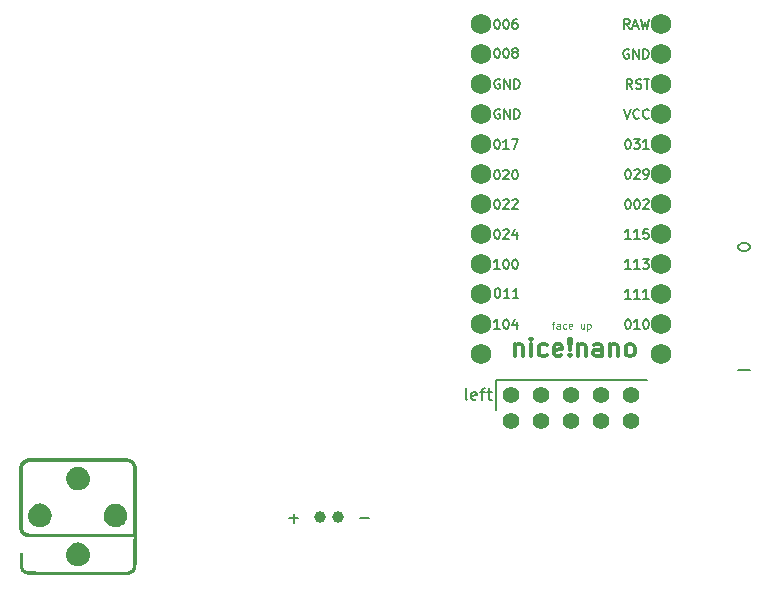
<source format=gto>
G04 #@! TF.GenerationSoftware,KiCad,Pcbnew,(6.0.8-1)-1*
G04 #@! TF.CreationDate,2022-11-22T18:57:47+00:00*
G04 #@! TF.ProjectId,nine-nano-no-jumpers,6e696e65-2d6e-4616-9e6f-2d6e6f2d6a75,v1.0.0*
G04 #@! TF.SameCoordinates,Original*
G04 #@! TF.FileFunction,Legend,Top*
G04 #@! TF.FilePolarity,Positive*
%FSLAX46Y46*%
G04 Gerber Fmt 4.6, Leading zero omitted, Abs format (unit mm)*
G04 Created by KiCad (PCBNEW (6.0.8-1)-1) date 2022-11-22 18:57:47*
%MOMM*%
%LPD*%
G01*
G04 APERTURE LIST*
%ADD10C,0.100000*%
%ADD11C,0.150000*%
%ADD12C,0.300000*%
%ADD13C,1.752600*%
%ADD14C,1.397000*%
%ADD15C,1.000000*%
G04 APERTURE END LIST*
D10*
G04 #@! TO.C,U1*
X173578571Y-98621428D02*
X173807142Y-98621428D01*
X173664285Y-99021428D02*
X173664285Y-98507142D01*
X173692857Y-98450000D01*
X173750000Y-98421428D01*
X173807142Y-98421428D01*
X174264285Y-99021428D02*
X174264285Y-98707142D01*
X174235714Y-98650000D01*
X174178571Y-98621428D01*
X174064285Y-98621428D01*
X174007142Y-98650000D01*
X174264285Y-98992857D02*
X174207142Y-99021428D01*
X174064285Y-99021428D01*
X174007142Y-98992857D01*
X173978571Y-98935714D01*
X173978571Y-98878571D01*
X174007142Y-98821428D01*
X174064285Y-98792857D01*
X174207142Y-98792857D01*
X174264285Y-98764285D01*
X174807142Y-98992857D02*
X174750000Y-99021428D01*
X174635714Y-99021428D01*
X174578571Y-98992857D01*
X174550000Y-98964285D01*
X174521428Y-98907142D01*
X174521428Y-98735714D01*
X174550000Y-98678571D01*
X174578571Y-98650000D01*
X174635714Y-98621428D01*
X174750000Y-98621428D01*
X174807142Y-98650000D01*
X175292857Y-98992857D02*
X175235714Y-99021428D01*
X175121428Y-99021428D01*
X175064285Y-98992857D01*
X175035714Y-98935714D01*
X175035714Y-98707142D01*
X175064285Y-98650000D01*
X175121428Y-98621428D01*
X175235714Y-98621428D01*
X175292857Y-98650000D01*
X175321428Y-98707142D01*
X175321428Y-98764285D01*
X175035714Y-98821428D01*
X176292857Y-98621428D02*
X176292857Y-99021428D01*
X176035714Y-98621428D02*
X176035714Y-98935714D01*
X176064285Y-98992857D01*
X176121428Y-99021428D01*
X176207142Y-99021428D01*
X176264285Y-98992857D01*
X176292857Y-98964285D01*
X176578571Y-98621428D02*
X176578571Y-99221428D01*
X176578571Y-98650000D02*
X176635714Y-98621428D01*
X176750000Y-98621428D01*
X176807142Y-98650000D01*
X176835714Y-98678571D01*
X176864285Y-98735714D01*
X176864285Y-98907142D01*
X176835714Y-98964285D01*
X176807142Y-98992857D01*
X176750000Y-99021428D01*
X176635714Y-99021428D01*
X176578571Y-98992857D01*
D11*
X168950000Y-95611904D02*
X169026190Y-95611904D01*
X169102380Y-95650000D01*
X169140476Y-95688095D01*
X169178571Y-95764285D01*
X169216666Y-95916666D01*
X169216666Y-96107142D01*
X169178571Y-96259523D01*
X169140476Y-96335714D01*
X169102380Y-96373809D01*
X169026190Y-96411904D01*
X168950000Y-96411904D01*
X168873809Y-96373809D01*
X168835714Y-96335714D01*
X168797619Y-96259523D01*
X168759523Y-96107142D01*
X168759523Y-95916666D01*
X168797619Y-95764285D01*
X168835714Y-95688095D01*
X168873809Y-95650000D01*
X168950000Y-95611904D01*
X169978571Y-96411904D02*
X169521428Y-96411904D01*
X169750000Y-96411904D02*
X169750000Y-95611904D01*
X169673809Y-95726190D01*
X169597619Y-95802380D01*
X169521428Y-95840476D01*
X170740476Y-96411904D02*
X170283333Y-96411904D01*
X170511904Y-96411904D02*
X170511904Y-95611904D01*
X170435714Y-95726190D01*
X170359523Y-95802380D01*
X170283333Y-95840476D01*
X168912810Y-88075904D02*
X168989000Y-88075904D01*
X169065190Y-88114000D01*
X169103286Y-88152095D01*
X169141381Y-88228285D01*
X169179476Y-88380666D01*
X169179476Y-88571142D01*
X169141381Y-88723523D01*
X169103286Y-88799714D01*
X169065190Y-88837809D01*
X168989000Y-88875904D01*
X168912810Y-88875904D01*
X168836619Y-88837809D01*
X168798524Y-88799714D01*
X168760429Y-88723523D01*
X168722333Y-88571142D01*
X168722333Y-88380666D01*
X168760429Y-88228285D01*
X168798524Y-88152095D01*
X168836619Y-88114000D01*
X168912810Y-88075904D01*
X169484238Y-88152095D02*
X169522333Y-88114000D01*
X169598524Y-88075904D01*
X169789000Y-88075904D01*
X169865190Y-88114000D01*
X169903286Y-88152095D01*
X169941381Y-88228285D01*
X169941381Y-88304476D01*
X169903286Y-88418761D01*
X169446143Y-88875904D01*
X169941381Y-88875904D01*
X170246143Y-88152095D02*
X170284238Y-88114000D01*
X170360429Y-88075904D01*
X170550905Y-88075904D01*
X170627095Y-88114000D01*
X170665190Y-88152095D01*
X170703286Y-88228285D01*
X170703286Y-88304476D01*
X170665190Y-88418761D01*
X170208048Y-88875904D01*
X170703286Y-88875904D01*
X169179476Y-80464000D02*
X169103285Y-80425904D01*
X168989000Y-80425904D01*
X168874714Y-80464000D01*
X168798523Y-80540190D01*
X168760428Y-80616380D01*
X168722333Y-80768761D01*
X168722333Y-80883047D01*
X168760428Y-81035428D01*
X168798523Y-81111619D01*
X168874714Y-81187809D01*
X168989000Y-81225904D01*
X169065190Y-81225904D01*
X169179476Y-81187809D01*
X169217571Y-81149714D01*
X169217571Y-80883047D01*
X169065190Y-80883047D01*
X169560428Y-81225904D02*
X169560428Y-80425904D01*
X170017571Y-81225904D01*
X170017571Y-80425904D01*
X170398523Y-81225904D02*
X170398523Y-80425904D01*
X170589000Y-80425904D01*
X170703285Y-80464000D01*
X170779476Y-80540190D01*
X170817571Y-80616380D01*
X170855666Y-80768761D01*
X170855666Y-80883047D01*
X170817571Y-81035428D01*
X170779476Y-81111619D01*
X170703285Y-81187809D01*
X170589000Y-81225904D01*
X170398523Y-81225904D01*
D12*
X170468285Y-100354571D02*
X170468285Y-101354571D01*
X170468285Y-100497428D02*
X170539714Y-100426000D01*
X170682571Y-100354571D01*
X170896857Y-100354571D01*
X171039714Y-100426000D01*
X171111142Y-100568857D01*
X171111142Y-101354571D01*
X171825428Y-101354571D02*
X171825428Y-100354571D01*
X171825428Y-99854571D02*
X171754000Y-99926000D01*
X171825428Y-99997428D01*
X171896857Y-99926000D01*
X171825428Y-99854571D01*
X171825428Y-99997428D01*
X173182571Y-101283142D02*
X173039714Y-101354571D01*
X172754000Y-101354571D01*
X172611142Y-101283142D01*
X172539714Y-101211714D01*
X172468285Y-101068857D01*
X172468285Y-100640285D01*
X172539714Y-100497428D01*
X172611142Y-100426000D01*
X172754000Y-100354571D01*
X173039714Y-100354571D01*
X173182571Y-100426000D01*
X174396857Y-101283142D02*
X174254000Y-101354571D01*
X173968285Y-101354571D01*
X173825428Y-101283142D01*
X173754000Y-101140285D01*
X173754000Y-100568857D01*
X173825428Y-100426000D01*
X173968285Y-100354571D01*
X174254000Y-100354571D01*
X174396857Y-100426000D01*
X174468285Y-100568857D01*
X174468285Y-100711714D01*
X173754000Y-100854571D01*
X175111142Y-101211714D02*
X175182571Y-101283142D01*
X175111142Y-101354571D01*
X175039714Y-101283142D01*
X175111142Y-101211714D01*
X175111142Y-101354571D01*
X175111142Y-100783142D02*
X175039714Y-99926000D01*
X175111142Y-99854571D01*
X175182571Y-99926000D01*
X175111142Y-100783142D01*
X175111142Y-99854571D01*
X175825428Y-100354571D02*
X175825428Y-101354571D01*
X175825428Y-100497428D02*
X175896857Y-100426000D01*
X176039714Y-100354571D01*
X176254000Y-100354571D01*
X176396857Y-100426000D01*
X176468285Y-100568857D01*
X176468285Y-101354571D01*
X177825428Y-101354571D02*
X177825428Y-100568857D01*
X177754000Y-100426000D01*
X177611142Y-100354571D01*
X177325428Y-100354571D01*
X177182571Y-100426000D01*
X177825428Y-101283142D02*
X177682571Y-101354571D01*
X177325428Y-101354571D01*
X177182571Y-101283142D01*
X177111142Y-101140285D01*
X177111142Y-100997428D01*
X177182571Y-100854571D01*
X177325428Y-100783142D01*
X177682571Y-100783142D01*
X177825428Y-100711714D01*
X178539714Y-100354571D02*
X178539714Y-101354571D01*
X178539714Y-100497428D02*
X178611142Y-100426000D01*
X178754000Y-100354571D01*
X178968285Y-100354571D01*
X179111142Y-100426000D01*
X179182571Y-100568857D01*
X179182571Y-101354571D01*
X180111142Y-101354571D02*
X179968285Y-101283142D01*
X179896857Y-101211714D01*
X179825428Y-101068857D01*
X179825428Y-100640285D01*
X179896857Y-100497428D01*
X179968285Y-100426000D01*
X180111142Y-100354571D01*
X180325428Y-100354571D01*
X180468285Y-100426000D01*
X180539714Y-100497428D01*
X180611142Y-100640285D01*
X180611142Y-101068857D01*
X180539714Y-101211714D01*
X180468285Y-101283142D01*
X180325428Y-101354571D01*
X180111142Y-101354571D01*
D11*
X169179476Y-77924000D02*
X169103285Y-77885904D01*
X168989000Y-77885904D01*
X168874714Y-77924000D01*
X168798523Y-78000190D01*
X168760428Y-78076380D01*
X168722333Y-78228761D01*
X168722333Y-78343047D01*
X168760428Y-78495428D01*
X168798523Y-78571619D01*
X168874714Y-78647809D01*
X168989000Y-78685904D01*
X169065190Y-78685904D01*
X169179476Y-78647809D01*
X169217571Y-78609714D01*
X169217571Y-78343047D01*
X169065190Y-78343047D01*
X169560428Y-78685904D02*
X169560428Y-77885904D01*
X170017571Y-78685904D01*
X170017571Y-77885904D01*
X170398523Y-78685904D02*
X170398523Y-77885904D01*
X170589000Y-77885904D01*
X170703285Y-77924000D01*
X170779476Y-78000190D01*
X170817571Y-78076380D01*
X170855666Y-78228761D01*
X170855666Y-78343047D01*
X170817571Y-78495428D01*
X170779476Y-78571619D01*
X170703285Y-78647809D01*
X170589000Y-78685904D01*
X170398523Y-78685904D01*
X168912810Y-82975904D02*
X168989000Y-82975904D01*
X169065190Y-83014000D01*
X169103286Y-83052095D01*
X169141381Y-83128285D01*
X169179476Y-83280666D01*
X169179476Y-83471142D01*
X169141381Y-83623523D01*
X169103286Y-83699714D01*
X169065190Y-83737809D01*
X168989000Y-83775904D01*
X168912810Y-83775904D01*
X168836619Y-83737809D01*
X168798524Y-83699714D01*
X168760429Y-83623523D01*
X168722333Y-83471142D01*
X168722333Y-83280666D01*
X168760429Y-83128285D01*
X168798524Y-83052095D01*
X168836619Y-83014000D01*
X168912810Y-82975904D01*
X169941381Y-83775904D02*
X169484238Y-83775904D01*
X169712810Y-83775904D02*
X169712810Y-82975904D01*
X169636619Y-83090190D01*
X169560429Y-83166380D01*
X169484238Y-83204476D01*
X170208048Y-82975904D02*
X170741381Y-82975904D01*
X170398524Y-83775904D01*
X179987191Y-85505904D02*
X180063381Y-85505904D01*
X180139571Y-85544000D01*
X180177667Y-85582095D01*
X180215762Y-85658285D01*
X180253857Y-85810666D01*
X180253857Y-86001142D01*
X180215762Y-86153523D01*
X180177667Y-86229714D01*
X180139571Y-86267809D01*
X180063381Y-86305904D01*
X179987191Y-86305904D01*
X179911000Y-86267809D01*
X179872905Y-86229714D01*
X179834810Y-86153523D01*
X179796714Y-86001142D01*
X179796714Y-85810666D01*
X179834810Y-85658285D01*
X179872905Y-85582095D01*
X179911000Y-85544000D01*
X179987191Y-85505904D01*
X180558619Y-85582095D02*
X180596714Y-85544000D01*
X180672905Y-85505904D01*
X180863381Y-85505904D01*
X180939571Y-85544000D01*
X180977667Y-85582095D01*
X181015762Y-85658285D01*
X181015762Y-85734476D01*
X180977667Y-85848761D01*
X180520524Y-86305904D01*
X181015762Y-86305904D01*
X181396714Y-86305904D02*
X181549095Y-86305904D01*
X181625286Y-86267809D01*
X181663381Y-86229714D01*
X181739571Y-86115428D01*
X181777667Y-85963047D01*
X181777667Y-85658285D01*
X181739571Y-85582095D01*
X181701476Y-85544000D01*
X181625286Y-85505904D01*
X181472905Y-85505904D01*
X181396714Y-85544000D01*
X181358619Y-85582095D01*
X181320524Y-85658285D01*
X181320524Y-85848761D01*
X181358619Y-85924952D01*
X181396714Y-85963047D01*
X181472905Y-86001142D01*
X181625286Y-86001142D01*
X181701476Y-85963047D01*
X181739571Y-85924952D01*
X181777667Y-85848761D01*
X179987191Y-98205904D02*
X180063381Y-98205904D01*
X180139571Y-98244000D01*
X180177667Y-98282095D01*
X180215762Y-98358285D01*
X180253857Y-98510666D01*
X180253857Y-98701142D01*
X180215762Y-98853523D01*
X180177667Y-98929714D01*
X180139571Y-98967809D01*
X180063381Y-99005904D01*
X179987191Y-99005904D01*
X179911000Y-98967809D01*
X179872905Y-98929714D01*
X179834810Y-98853523D01*
X179796714Y-98701142D01*
X179796714Y-98510666D01*
X179834810Y-98358285D01*
X179872905Y-98282095D01*
X179911000Y-98244000D01*
X179987191Y-98205904D01*
X181015762Y-99005904D02*
X180558619Y-99005904D01*
X180787191Y-99005904D02*
X180787191Y-98205904D01*
X180711000Y-98320190D01*
X180634810Y-98396380D01*
X180558619Y-98434476D01*
X181511000Y-98205904D02*
X181587191Y-98205904D01*
X181663381Y-98244000D01*
X181701476Y-98282095D01*
X181739571Y-98358285D01*
X181777667Y-98510666D01*
X181777667Y-98701142D01*
X181739571Y-98853523D01*
X181701476Y-98929714D01*
X181663381Y-98967809D01*
X181587191Y-99005904D01*
X181511000Y-99005904D01*
X181434810Y-98967809D01*
X181396714Y-98929714D01*
X181358619Y-98853523D01*
X181320524Y-98701142D01*
X181320524Y-98510666D01*
X181358619Y-98358285D01*
X181396714Y-98282095D01*
X181434810Y-98244000D01*
X181511000Y-98205904D01*
X179720524Y-80425904D02*
X179987191Y-81225904D01*
X180253857Y-80425904D01*
X180977667Y-81149714D02*
X180939571Y-81187809D01*
X180825286Y-81225904D01*
X180749095Y-81225904D01*
X180634810Y-81187809D01*
X180558619Y-81111619D01*
X180520524Y-81035428D01*
X180482429Y-80883047D01*
X180482429Y-80768761D01*
X180520524Y-80616380D01*
X180558619Y-80540190D01*
X180634810Y-80464000D01*
X180749095Y-80425904D01*
X180825286Y-80425904D01*
X180939571Y-80464000D01*
X180977667Y-80502095D01*
X181777667Y-81149714D02*
X181739571Y-81187809D01*
X181625286Y-81225904D01*
X181549095Y-81225904D01*
X181434810Y-81187809D01*
X181358619Y-81111619D01*
X181320524Y-81035428D01*
X181282429Y-80883047D01*
X181282429Y-80768761D01*
X181320524Y-80616380D01*
X181358619Y-80540190D01*
X181434810Y-80464000D01*
X181549095Y-80425904D01*
X181625286Y-80425904D01*
X181739571Y-80464000D01*
X181777667Y-80502095D01*
X168912810Y-85575904D02*
X168989000Y-85575904D01*
X169065190Y-85614000D01*
X169103286Y-85652095D01*
X169141381Y-85728285D01*
X169179476Y-85880666D01*
X169179476Y-86071142D01*
X169141381Y-86223523D01*
X169103286Y-86299714D01*
X169065190Y-86337809D01*
X168989000Y-86375904D01*
X168912810Y-86375904D01*
X168836619Y-86337809D01*
X168798524Y-86299714D01*
X168760429Y-86223523D01*
X168722333Y-86071142D01*
X168722333Y-85880666D01*
X168760429Y-85728285D01*
X168798524Y-85652095D01*
X168836619Y-85614000D01*
X168912810Y-85575904D01*
X169484238Y-85652095D02*
X169522333Y-85614000D01*
X169598524Y-85575904D01*
X169789000Y-85575904D01*
X169865190Y-85614000D01*
X169903286Y-85652095D01*
X169941381Y-85728285D01*
X169941381Y-85804476D01*
X169903286Y-85918761D01*
X169446143Y-86375904D01*
X169941381Y-86375904D01*
X170436619Y-85575904D02*
X170512810Y-85575904D01*
X170589000Y-85614000D01*
X170627095Y-85652095D01*
X170665190Y-85728285D01*
X170703286Y-85880666D01*
X170703286Y-86071142D01*
X170665190Y-86223523D01*
X170627095Y-86299714D01*
X170589000Y-86337809D01*
X170512810Y-86375904D01*
X170436619Y-86375904D01*
X170360429Y-86337809D01*
X170322333Y-86299714D01*
X170284238Y-86223523D01*
X170246143Y-86071142D01*
X170246143Y-85880666D01*
X170284238Y-85728285D01*
X170322333Y-85652095D01*
X170360429Y-85614000D01*
X170436619Y-85575904D01*
X169179476Y-93925904D02*
X168722333Y-93925904D01*
X168950905Y-93925904D02*
X168950905Y-93125904D01*
X168874714Y-93240190D01*
X168798524Y-93316380D01*
X168722333Y-93354476D01*
X169674714Y-93125904D02*
X169750905Y-93125904D01*
X169827095Y-93164000D01*
X169865190Y-93202095D01*
X169903286Y-93278285D01*
X169941381Y-93430666D01*
X169941381Y-93621142D01*
X169903286Y-93773523D01*
X169865190Y-93849714D01*
X169827095Y-93887809D01*
X169750905Y-93925904D01*
X169674714Y-93925904D01*
X169598524Y-93887809D01*
X169560429Y-93849714D01*
X169522333Y-93773523D01*
X169484238Y-93621142D01*
X169484238Y-93430666D01*
X169522333Y-93278285D01*
X169560429Y-93202095D01*
X169598524Y-93164000D01*
X169674714Y-93125904D01*
X170436619Y-93125904D02*
X170512810Y-93125904D01*
X170589000Y-93164000D01*
X170627095Y-93202095D01*
X170665190Y-93278285D01*
X170703286Y-93430666D01*
X170703286Y-93621142D01*
X170665190Y-93773523D01*
X170627095Y-93849714D01*
X170589000Y-93887809D01*
X170512810Y-93925904D01*
X170436619Y-93925904D01*
X170360429Y-93887809D01*
X170322333Y-93849714D01*
X170284238Y-93773523D01*
X170246143Y-93621142D01*
X170246143Y-93430666D01*
X170284238Y-93278285D01*
X170322333Y-93202095D01*
X170360429Y-93164000D01*
X170436619Y-93125904D01*
X180253857Y-96465904D02*
X179796714Y-96465904D01*
X180025286Y-96465904D02*
X180025286Y-95665904D01*
X179949095Y-95780190D01*
X179872905Y-95856380D01*
X179796714Y-95894476D01*
X181015762Y-96465904D02*
X180558619Y-96465904D01*
X180787191Y-96465904D02*
X180787191Y-95665904D01*
X180711000Y-95780190D01*
X180634810Y-95856380D01*
X180558619Y-95894476D01*
X181777667Y-96465904D02*
X181320524Y-96465904D01*
X181549095Y-96465904D02*
X181549095Y-95665904D01*
X181472905Y-95780190D01*
X181396714Y-95856380D01*
X181320524Y-95894476D01*
X180253857Y-93925904D02*
X179796714Y-93925904D01*
X180025286Y-93925904D02*
X180025286Y-93125904D01*
X179949095Y-93240190D01*
X179872905Y-93316380D01*
X179796714Y-93354476D01*
X181015762Y-93925904D02*
X180558619Y-93925904D01*
X180787191Y-93925904D02*
X180787191Y-93125904D01*
X180711000Y-93240190D01*
X180634810Y-93316380D01*
X180558619Y-93354476D01*
X181282429Y-93125904D02*
X181777667Y-93125904D01*
X181511000Y-93430666D01*
X181625286Y-93430666D01*
X181701476Y-93468761D01*
X181739571Y-93506857D01*
X181777667Y-93583047D01*
X181777667Y-93773523D01*
X181739571Y-93849714D01*
X181701476Y-93887809D01*
X181625286Y-93925904D01*
X181396714Y-93925904D01*
X181320524Y-93887809D01*
X181282429Y-93849714D01*
X168912810Y-90585904D02*
X168989000Y-90585904D01*
X169065190Y-90624000D01*
X169103286Y-90662095D01*
X169141381Y-90738285D01*
X169179476Y-90890666D01*
X169179476Y-91081142D01*
X169141381Y-91233523D01*
X169103286Y-91309714D01*
X169065190Y-91347809D01*
X168989000Y-91385904D01*
X168912810Y-91385904D01*
X168836619Y-91347809D01*
X168798524Y-91309714D01*
X168760429Y-91233523D01*
X168722333Y-91081142D01*
X168722333Y-90890666D01*
X168760429Y-90738285D01*
X168798524Y-90662095D01*
X168836619Y-90624000D01*
X168912810Y-90585904D01*
X169484238Y-90662095D02*
X169522333Y-90624000D01*
X169598524Y-90585904D01*
X169789000Y-90585904D01*
X169865190Y-90624000D01*
X169903286Y-90662095D01*
X169941381Y-90738285D01*
X169941381Y-90814476D01*
X169903286Y-90928761D01*
X169446143Y-91385904D01*
X169941381Y-91385904D01*
X170627095Y-90852571D02*
X170627095Y-91385904D01*
X170436619Y-90547809D02*
X170246143Y-91119238D01*
X170741381Y-91119238D01*
X180399904Y-78685904D02*
X180133238Y-78304952D01*
X179942761Y-78685904D02*
X179942761Y-77885904D01*
X180247523Y-77885904D01*
X180323714Y-77924000D01*
X180361809Y-77962095D01*
X180399904Y-78038285D01*
X180399904Y-78152571D01*
X180361809Y-78228761D01*
X180323714Y-78266857D01*
X180247523Y-78304952D01*
X179942761Y-78304952D01*
X180704666Y-78647809D02*
X180818952Y-78685904D01*
X181009428Y-78685904D01*
X181085619Y-78647809D01*
X181123714Y-78609714D01*
X181161809Y-78533523D01*
X181161809Y-78457333D01*
X181123714Y-78381142D01*
X181085619Y-78343047D01*
X181009428Y-78304952D01*
X180857047Y-78266857D01*
X180780857Y-78228761D01*
X180742761Y-78190666D01*
X180704666Y-78114476D01*
X180704666Y-78038285D01*
X180742761Y-77962095D01*
X180780857Y-77924000D01*
X180857047Y-77885904D01*
X181047523Y-77885904D01*
X181161809Y-77924000D01*
X181390380Y-77885904D02*
X181847523Y-77885904D01*
X181618952Y-78685904D02*
X181618952Y-77885904D01*
X180171334Y-73605904D02*
X179904667Y-73224952D01*
X179714191Y-73605904D02*
X179714191Y-72805904D01*
X180018953Y-72805904D01*
X180095143Y-72844000D01*
X180133238Y-72882095D01*
X180171334Y-72958285D01*
X180171334Y-73072571D01*
X180133238Y-73148761D01*
X180095143Y-73186857D01*
X180018953Y-73224952D01*
X179714191Y-73224952D01*
X180476095Y-73377333D02*
X180857048Y-73377333D01*
X180399905Y-73605904D02*
X180666572Y-72805904D01*
X180933238Y-73605904D01*
X181123715Y-72805904D02*
X181314191Y-73605904D01*
X181466572Y-73034476D01*
X181618953Y-73605904D01*
X181809429Y-72805904D01*
X179987191Y-88045904D02*
X180063381Y-88045904D01*
X180139571Y-88084000D01*
X180177667Y-88122095D01*
X180215762Y-88198285D01*
X180253857Y-88350666D01*
X180253857Y-88541142D01*
X180215762Y-88693523D01*
X180177667Y-88769714D01*
X180139571Y-88807809D01*
X180063381Y-88845904D01*
X179987191Y-88845904D01*
X179911000Y-88807809D01*
X179872905Y-88769714D01*
X179834810Y-88693523D01*
X179796714Y-88541142D01*
X179796714Y-88350666D01*
X179834810Y-88198285D01*
X179872905Y-88122095D01*
X179911000Y-88084000D01*
X179987191Y-88045904D01*
X180749095Y-88045904D02*
X180825286Y-88045904D01*
X180901476Y-88084000D01*
X180939571Y-88122095D01*
X180977667Y-88198285D01*
X181015762Y-88350666D01*
X181015762Y-88541142D01*
X180977667Y-88693523D01*
X180939571Y-88769714D01*
X180901476Y-88807809D01*
X180825286Y-88845904D01*
X180749095Y-88845904D01*
X180672905Y-88807809D01*
X180634810Y-88769714D01*
X180596714Y-88693523D01*
X180558619Y-88541142D01*
X180558619Y-88350666D01*
X180596714Y-88198285D01*
X180634810Y-88122095D01*
X180672905Y-88084000D01*
X180749095Y-88045904D01*
X181320524Y-88122095D02*
X181358619Y-88084000D01*
X181434810Y-88045904D01*
X181625286Y-88045904D01*
X181701476Y-88084000D01*
X181739571Y-88122095D01*
X181777667Y-88198285D01*
X181777667Y-88274476D01*
X181739571Y-88388761D01*
X181282429Y-88845904D01*
X181777667Y-88845904D01*
X168912810Y-72805904D02*
X168989000Y-72805904D01*
X169065190Y-72844000D01*
X169103286Y-72882095D01*
X169141381Y-72958285D01*
X169179476Y-73110666D01*
X169179476Y-73301142D01*
X169141381Y-73453523D01*
X169103286Y-73529714D01*
X169065190Y-73567809D01*
X168989000Y-73605904D01*
X168912810Y-73605904D01*
X168836619Y-73567809D01*
X168798524Y-73529714D01*
X168760429Y-73453523D01*
X168722333Y-73301142D01*
X168722333Y-73110666D01*
X168760429Y-72958285D01*
X168798524Y-72882095D01*
X168836619Y-72844000D01*
X168912810Y-72805904D01*
X169674714Y-72805904D02*
X169750905Y-72805904D01*
X169827095Y-72844000D01*
X169865190Y-72882095D01*
X169903286Y-72958285D01*
X169941381Y-73110666D01*
X169941381Y-73301142D01*
X169903286Y-73453523D01*
X169865190Y-73529714D01*
X169827095Y-73567809D01*
X169750905Y-73605904D01*
X169674714Y-73605904D01*
X169598524Y-73567809D01*
X169560429Y-73529714D01*
X169522333Y-73453523D01*
X169484238Y-73301142D01*
X169484238Y-73110666D01*
X169522333Y-72958285D01*
X169560429Y-72882095D01*
X169598524Y-72844000D01*
X169674714Y-72805904D01*
X170627095Y-72805904D02*
X170474714Y-72805904D01*
X170398524Y-72844000D01*
X170360429Y-72882095D01*
X170284238Y-72996380D01*
X170246143Y-73148761D01*
X170246143Y-73453523D01*
X170284238Y-73529714D01*
X170322333Y-73567809D01*
X170398524Y-73605904D01*
X170550905Y-73605904D01*
X170627095Y-73567809D01*
X170665190Y-73529714D01*
X170703286Y-73453523D01*
X170703286Y-73263047D01*
X170665190Y-73186857D01*
X170627095Y-73148761D01*
X170550905Y-73110666D01*
X170398524Y-73110666D01*
X170322333Y-73148761D01*
X170284238Y-73186857D01*
X170246143Y-73263047D01*
X180095143Y-75384000D02*
X180018952Y-75345904D01*
X179904667Y-75345904D01*
X179790381Y-75384000D01*
X179714190Y-75460190D01*
X179676095Y-75536380D01*
X179638000Y-75688761D01*
X179638000Y-75803047D01*
X179676095Y-75955428D01*
X179714190Y-76031619D01*
X179790381Y-76107809D01*
X179904667Y-76145904D01*
X179980857Y-76145904D01*
X180095143Y-76107809D01*
X180133238Y-76069714D01*
X180133238Y-75803047D01*
X179980857Y-75803047D01*
X180476095Y-76145904D02*
X180476095Y-75345904D01*
X180933238Y-76145904D01*
X180933238Y-75345904D01*
X181314190Y-76145904D02*
X181314190Y-75345904D01*
X181504667Y-75345904D01*
X181618952Y-75384000D01*
X181695143Y-75460190D01*
X181733238Y-75536380D01*
X181771333Y-75688761D01*
X181771333Y-75803047D01*
X181733238Y-75955428D01*
X181695143Y-76031619D01*
X181618952Y-76107809D01*
X181504667Y-76145904D01*
X181314190Y-76145904D01*
X169179476Y-99005904D02*
X168722333Y-99005904D01*
X168950905Y-99005904D02*
X168950905Y-98205904D01*
X168874714Y-98320190D01*
X168798524Y-98396380D01*
X168722333Y-98434476D01*
X169674714Y-98205904D02*
X169750905Y-98205904D01*
X169827095Y-98244000D01*
X169865190Y-98282095D01*
X169903286Y-98358285D01*
X169941381Y-98510666D01*
X169941381Y-98701142D01*
X169903286Y-98853523D01*
X169865190Y-98929714D01*
X169827095Y-98967809D01*
X169750905Y-99005904D01*
X169674714Y-99005904D01*
X169598524Y-98967809D01*
X169560429Y-98929714D01*
X169522333Y-98853523D01*
X169484238Y-98701142D01*
X169484238Y-98510666D01*
X169522333Y-98358285D01*
X169560429Y-98282095D01*
X169598524Y-98244000D01*
X169674714Y-98205904D01*
X170627095Y-98472571D02*
X170627095Y-99005904D01*
X170436619Y-98167809D02*
X170246143Y-98739238D01*
X170741381Y-98739238D01*
X180253857Y-91385904D02*
X179796714Y-91385904D01*
X180025286Y-91385904D02*
X180025286Y-90585904D01*
X179949095Y-90700190D01*
X179872905Y-90776380D01*
X179796714Y-90814476D01*
X181015762Y-91385904D02*
X180558619Y-91385904D01*
X180787191Y-91385904D02*
X180787191Y-90585904D01*
X180711000Y-90700190D01*
X180634810Y-90776380D01*
X180558619Y-90814476D01*
X181739571Y-90585904D02*
X181358619Y-90585904D01*
X181320524Y-90966857D01*
X181358619Y-90928761D01*
X181434810Y-90890666D01*
X181625286Y-90890666D01*
X181701476Y-90928761D01*
X181739571Y-90966857D01*
X181777667Y-91043047D01*
X181777667Y-91233523D01*
X181739571Y-91309714D01*
X181701476Y-91347809D01*
X181625286Y-91385904D01*
X181434810Y-91385904D01*
X181358619Y-91347809D01*
X181320524Y-91309714D01*
X179987191Y-82965904D02*
X180063381Y-82965904D01*
X180139571Y-83004000D01*
X180177667Y-83042095D01*
X180215762Y-83118285D01*
X180253857Y-83270666D01*
X180253857Y-83461142D01*
X180215762Y-83613523D01*
X180177667Y-83689714D01*
X180139571Y-83727809D01*
X180063381Y-83765904D01*
X179987191Y-83765904D01*
X179911000Y-83727809D01*
X179872905Y-83689714D01*
X179834810Y-83613523D01*
X179796714Y-83461142D01*
X179796714Y-83270666D01*
X179834810Y-83118285D01*
X179872905Y-83042095D01*
X179911000Y-83004000D01*
X179987191Y-82965904D01*
X180520524Y-82965904D02*
X181015762Y-82965904D01*
X180749095Y-83270666D01*
X180863381Y-83270666D01*
X180939571Y-83308761D01*
X180977667Y-83346857D01*
X181015762Y-83423047D01*
X181015762Y-83613523D01*
X180977667Y-83689714D01*
X180939571Y-83727809D01*
X180863381Y-83765904D01*
X180634810Y-83765904D01*
X180558619Y-83727809D01*
X180520524Y-83689714D01*
X181777667Y-83765904D02*
X181320524Y-83765904D01*
X181549095Y-83765904D02*
X181549095Y-82965904D01*
X181472905Y-83080190D01*
X181396714Y-83156380D01*
X181320524Y-83194476D01*
X168912810Y-75275904D02*
X168989000Y-75275904D01*
X169065190Y-75314000D01*
X169103286Y-75352095D01*
X169141381Y-75428285D01*
X169179476Y-75580666D01*
X169179476Y-75771142D01*
X169141381Y-75923523D01*
X169103286Y-75999714D01*
X169065190Y-76037809D01*
X168989000Y-76075904D01*
X168912810Y-76075904D01*
X168836619Y-76037809D01*
X168798524Y-75999714D01*
X168760429Y-75923523D01*
X168722333Y-75771142D01*
X168722333Y-75580666D01*
X168760429Y-75428285D01*
X168798524Y-75352095D01*
X168836619Y-75314000D01*
X168912810Y-75275904D01*
X169674714Y-75275904D02*
X169750905Y-75275904D01*
X169827095Y-75314000D01*
X169865190Y-75352095D01*
X169903286Y-75428285D01*
X169941381Y-75580666D01*
X169941381Y-75771142D01*
X169903286Y-75923523D01*
X169865190Y-75999714D01*
X169827095Y-76037809D01*
X169750905Y-76075904D01*
X169674714Y-76075904D01*
X169598524Y-76037809D01*
X169560429Y-75999714D01*
X169522333Y-75923523D01*
X169484238Y-75771142D01*
X169484238Y-75580666D01*
X169522333Y-75428285D01*
X169560429Y-75352095D01*
X169598524Y-75314000D01*
X169674714Y-75275904D01*
X170398524Y-75618761D02*
X170322333Y-75580666D01*
X170284238Y-75542571D01*
X170246143Y-75466380D01*
X170246143Y-75428285D01*
X170284238Y-75352095D01*
X170322333Y-75314000D01*
X170398524Y-75275904D01*
X170550905Y-75275904D01*
X170627095Y-75314000D01*
X170665190Y-75352095D01*
X170703286Y-75428285D01*
X170703286Y-75466380D01*
X170665190Y-75542571D01*
X170627095Y-75580666D01*
X170550905Y-75618761D01*
X170398524Y-75618761D01*
X170322333Y-75656857D01*
X170284238Y-75694952D01*
X170246143Y-75771142D01*
X170246143Y-75923523D01*
X170284238Y-75999714D01*
X170322333Y-76037809D01*
X170398524Y-76075904D01*
X170550905Y-76075904D01*
X170627095Y-76037809D01*
X170665190Y-75999714D01*
X170703286Y-75923523D01*
X170703286Y-75771142D01*
X170665190Y-75694952D01*
X170627095Y-75656857D01*
X170550905Y-75618761D01*
G04 #@! TO.C,SWF1*
X190352380Y-102500000D02*
X189352380Y-102500000D01*
X189352380Y-92195238D02*
X189352380Y-92004761D01*
X189400000Y-91909523D01*
X189495238Y-91814285D01*
X189685714Y-91766666D01*
X190019047Y-91766666D01*
X190209523Y-91814285D01*
X190304761Y-91909523D01*
X190352380Y-92004761D01*
X190352380Y-92195238D01*
X190304761Y-92290476D01*
X190209523Y-92385714D01*
X190019047Y-92433333D01*
X189685714Y-92433333D01*
X189495238Y-92385714D01*
X189400000Y-92290476D01*
X189352380Y-92195238D01*
G04 #@! TO.C,J1*
X151369047Y-115071428D02*
X152130952Y-115071428D01*
X151750000Y-115452380D02*
X151750000Y-114690476D01*
X157369047Y-115071428D02*
X158130952Y-115071428D01*
G04 #@! TO.C,J2*
X166435047Y-105047380D02*
X166339809Y-104999761D01*
X166292190Y-104904523D01*
X166292190Y-104047380D01*
X167196952Y-104999761D02*
X167101714Y-105047380D01*
X166911238Y-105047380D01*
X166816000Y-104999761D01*
X166768380Y-104904523D01*
X166768380Y-104523571D01*
X166816000Y-104428333D01*
X166911238Y-104380714D01*
X167101714Y-104380714D01*
X167196952Y-104428333D01*
X167244571Y-104523571D01*
X167244571Y-104618809D01*
X166768380Y-104714047D01*
X167530285Y-104380714D02*
X167911238Y-104380714D01*
X167673142Y-105047380D02*
X167673142Y-104190238D01*
X167720761Y-104095000D01*
X167816000Y-104047380D01*
X167911238Y-104047380D01*
X168101714Y-104380714D02*
X168482666Y-104380714D01*
X168244571Y-104047380D02*
X168244571Y-104904523D01*
X168292190Y-104999761D01*
X168387428Y-105047380D01*
X168482666Y-105047380D01*
G04 #@! TO.C,G\u002A\u002A\u002A*
G36*
X133529374Y-110701930D02*
G01*
X133572694Y-110703417D01*
X133608403Y-110706371D01*
X133641179Y-110711263D01*
X133675703Y-110718568D01*
X133698730Y-110724187D01*
X133820744Y-110761609D01*
X133931212Y-110810113D01*
X134032514Y-110871071D01*
X134127031Y-110945858D01*
X134191427Y-111008209D01*
X134232876Y-111052775D01*
X134265742Y-111091784D01*
X134294235Y-111130845D01*
X134322564Y-111175565D01*
X134342036Y-111208845D01*
X134392860Y-111309772D01*
X134430044Y-111412697D01*
X134454564Y-111521152D01*
X134467402Y-111638665D01*
X134468732Y-111665488D01*
X134466012Y-111797844D01*
X134447200Y-111925089D01*
X134412486Y-112046711D01*
X134362065Y-112162199D01*
X134296127Y-112271038D01*
X134214867Y-112372717D01*
X134195408Y-112393597D01*
X134098352Y-112484005D01*
X133994735Y-112558919D01*
X133883729Y-112618769D01*
X133764504Y-112663987D01*
X133636232Y-112695003D01*
X133605347Y-112700175D01*
X133545002Y-112706267D01*
X133475062Y-112708195D01*
X133402208Y-112706133D01*
X133333125Y-112700257D01*
X133278509Y-112691605D01*
X133153147Y-112658604D01*
X133039140Y-112614113D01*
X132934403Y-112557017D01*
X132836852Y-112486204D01*
X132756051Y-112412417D01*
X132669175Y-112313731D01*
X132597156Y-112207844D01*
X132540111Y-112095978D01*
X132498155Y-111979355D01*
X132471404Y-111859197D01*
X132459974Y-111736727D01*
X132463981Y-111613166D01*
X132483541Y-111489736D01*
X132518769Y-111367660D01*
X132569782Y-111248160D01*
X132634969Y-111135079D01*
X132689386Y-111063169D01*
X132756711Y-110991773D01*
X132833090Y-110924118D01*
X132914669Y-110863429D01*
X132997595Y-110812933D01*
X133050906Y-110786880D01*
X133127939Y-110755432D01*
X133197678Y-110732266D01*
X133265249Y-110716345D01*
X133335779Y-110706635D01*
X133414393Y-110702098D01*
X133473763Y-110701436D01*
X133529374Y-110701930D01*
G37*
G36*
X130317939Y-113818004D02*
G01*
X130441587Y-113836966D01*
X130468549Y-113843305D01*
X130592932Y-113882918D01*
X130709570Y-113937122D01*
X130817406Y-114004937D01*
X130915387Y-114085380D01*
X131002456Y-114177472D01*
X131077559Y-114280229D01*
X131139640Y-114392672D01*
X131186857Y-114511397D01*
X131218613Y-114635197D01*
X131233882Y-114760799D01*
X131232858Y-114886850D01*
X131215735Y-115011997D01*
X131182710Y-115134887D01*
X131133976Y-115254167D01*
X131069728Y-115368483D01*
X131061644Y-115380815D01*
X131001096Y-115460288D01*
X130927768Y-115537631D01*
X130845793Y-115609205D01*
X130759301Y-115671368D01*
X130680782Y-115716376D01*
X130579028Y-115759077D01*
X130467949Y-115791137D01*
X130352063Y-115811745D01*
X130235886Y-115820088D01*
X130127483Y-115815726D01*
X130003467Y-115794719D01*
X129884087Y-115758064D01*
X129770610Y-115706753D01*
X129664304Y-115641780D01*
X129566434Y-115564136D01*
X129478269Y-115474816D01*
X129401075Y-115374812D01*
X129336120Y-115265115D01*
X129289139Y-115158838D01*
X129260278Y-115063042D01*
X129241285Y-114958012D01*
X129232512Y-114848576D01*
X129234313Y-114739563D01*
X129247039Y-114635801D01*
X129249854Y-114621272D01*
X129283062Y-114498556D01*
X129330429Y-114383419D01*
X129390751Y-114276630D01*
X129462822Y-114178958D01*
X129545441Y-114091171D01*
X129637401Y-114014038D01*
X129737501Y-113948327D01*
X129844535Y-113894807D01*
X129957300Y-113854246D01*
X130074591Y-113827413D01*
X130195206Y-113815076D01*
X130317939Y-113818004D01*
G37*
G36*
X136761347Y-113829222D02*
G01*
X136886839Y-113853515D01*
X137007016Y-113893188D01*
X137120634Y-113947576D01*
X137226446Y-114016013D01*
X137323208Y-114097833D01*
X137409675Y-114192369D01*
X137463525Y-114265927D01*
X137527095Y-114374422D01*
X137574801Y-114485649D01*
X137607105Y-114601298D01*
X137624468Y-114723061D01*
X137627353Y-114852627D01*
X137626942Y-114864142D01*
X137613678Y-114991870D01*
X137584902Y-115114232D01*
X137541511Y-115230213D01*
X137484406Y-115338801D01*
X137414483Y-115438982D01*
X137332642Y-115529742D01*
X137239780Y-115610069D01*
X137136798Y-115678948D01*
X137024592Y-115735367D01*
X136904063Y-115778312D01*
X136793815Y-115803804D01*
X136757941Y-115808365D01*
X136711545Y-115811788D01*
X136659656Y-115813958D01*
X136607306Y-115814763D01*
X136559527Y-115814087D01*
X136521349Y-115811818D01*
X136508689Y-115810254D01*
X136490080Y-115806891D01*
X136460875Y-115801150D01*
X136427078Y-115794216D01*
X136423796Y-115793528D01*
X136301505Y-115759477D01*
X136186596Y-115710944D01*
X136079985Y-115649110D01*
X135982591Y-115575156D01*
X135895330Y-115490262D01*
X135819120Y-115395608D01*
X135754879Y-115292376D01*
X135703523Y-115181745D01*
X135665970Y-115064897D01*
X135643138Y-114943012D01*
X135635944Y-114817269D01*
X135636884Y-114780902D01*
X135644461Y-114683234D01*
X135658893Y-114595986D01*
X135681693Y-114513489D01*
X135714373Y-114430068D01*
X135750247Y-114355749D01*
X135816132Y-114246159D01*
X135894466Y-114147330D01*
X135983965Y-114060043D01*
X136083346Y-113985075D01*
X136191324Y-113923206D01*
X136306616Y-113875215D01*
X136427936Y-113841881D01*
X136554001Y-113823983D01*
X136631784Y-113820977D01*
X136761347Y-113829222D01*
G37*
G36*
X133543002Y-117115556D02*
G01*
X133665730Y-117132016D01*
X133784904Y-117162872D01*
X133898272Y-117208005D01*
X133966143Y-117243976D01*
X134076937Y-117318537D01*
X134175291Y-117404446D01*
X134260708Y-117500985D01*
X134332691Y-117607435D01*
X134390744Y-117723078D01*
X134434371Y-117847195D01*
X134459651Y-117958307D01*
X134469580Y-118049697D01*
X134469894Y-118149331D01*
X134461107Y-118251825D01*
X134443730Y-118351793D01*
X134418277Y-118443851D01*
X134411674Y-118462427D01*
X134359083Y-118580324D01*
X134292675Y-118689719D01*
X134213672Y-118789418D01*
X134123291Y-118878227D01*
X134022752Y-118954953D01*
X133913275Y-119018402D01*
X133796080Y-119067380D01*
X133792478Y-119068606D01*
X133682230Y-119098614D01*
X133566147Y-119116879D01*
X133449959Y-119122743D01*
X133361242Y-119118111D01*
X133235040Y-119096770D01*
X133114148Y-119059919D01*
X132999756Y-119008518D01*
X132893056Y-118943529D01*
X132795238Y-118865912D01*
X132707493Y-118776628D01*
X132631012Y-118676638D01*
X132566985Y-118566902D01*
X132516603Y-118448382D01*
X132510995Y-118432010D01*
X132478193Y-118307825D01*
X132461723Y-118183215D01*
X132461022Y-118059444D01*
X132475528Y-117937775D01*
X132504678Y-117819471D01*
X132547908Y-117705795D01*
X132604657Y-117598012D01*
X132674362Y-117497383D01*
X132756459Y-117405172D01*
X132850387Y-117322642D01*
X132955582Y-117251056D01*
X133061573Y-117196064D01*
X133176005Y-117153746D01*
X133295888Y-117126302D01*
X133418971Y-117113612D01*
X133543002Y-117115556D01*
G37*
G36*
X128490720Y-112073846D02*
G01*
X128490813Y-111914056D01*
X128490933Y-111767237D01*
X128491084Y-111632817D01*
X128491269Y-111510222D01*
X128491491Y-111398879D01*
X128491755Y-111298218D01*
X128492064Y-111207664D01*
X128492420Y-111126646D01*
X128492828Y-111054590D01*
X128493291Y-110990925D01*
X128493813Y-110935078D01*
X128494396Y-110886475D01*
X128495045Y-110844545D01*
X128495763Y-110808716D01*
X128496553Y-110778413D01*
X128497419Y-110753066D01*
X128498364Y-110732101D01*
X128499392Y-110714946D01*
X128500506Y-110701028D01*
X128501709Y-110689775D01*
X128503006Y-110680614D01*
X128504399Y-110672973D01*
X128505893Y-110666278D01*
X128506730Y-110662901D01*
X128545363Y-110543371D01*
X128597745Y-110433564D01*
X128663363Y-110333996D01*
X128741702Y-110245181D01*
X128832247Y-110167637D01*
X128934483Y-110101877D01*
X129047897Y-110048416D01*
X129156951Y-110011840D01*
X129161573Y-110010682D01*
X129167184Y-110009583D01*
X129174230Y-110008543D01*
X129183151Y-110007559D01*
X129194390Y-110006630D01*
X129208391Y-110005754D01*
X129225594Y-110004930D01*
X129246443Y-110004157D01*
X129271381Y-110003432D01*
X129300849Y-110002754D01*
X129335290Y-110002121D01*
X129375147Y-110001533D01*
X129420862Y-110000987D01*
X129472877Y-110000481D01*
X129531635Y-110000015D01*
X129597579Y-109999587D01*
X129671151Y-109999194D01*
X129752793Y-109998836D01*
X129842948Y-109998511D01*
X129942058Y-109998217D01*
X130050567Y-109997953D01*
X130168915Y-109997718D01*
X130297547Y-109997508D01*
X130436903Y-109997324D01*
X130587427Y-109997163D01*
X130749562Y-109997025D01*
X130923749Y-109996906D01*
X131110431Y-109996806D01*
X131310051Y-109996724D01*
X131523050Y-109996656D01*
X131749873Y-109996603D01*
X131990960Y-109996563D01*
X132246755Y-109996533D01*
X132517700Y-109996512D01*
X132804237Y-109996500D01*
X133106809Y-109996493D01*
X133425858Y-109996491D01*
X137726905Y-109996491D01*
X137807553Y-110019150D01*
X137923897Y-110059425D01*
X138029136Y-110112032D01*
X138124624Y-110177772D01*
X138211716Y-110257446D01*
X138212466Y-110258229D01*
X138280231Y-110336076D01*
X138335976Y-110416477D01*
X138381804Y-110503218D01*
X138419816Y-110600090D01*
X138441635Y-110671390D01*
X138443026Y-110676890D01*
X138444330Y-110683431D01*
X138445550Y-110691550D01*
X138446690Y-110701786D01*
X138447751Y-110714674D01*
X138448737Y-110730752D01*
X138449650Y-110750557D01*
X138450494Y-110774626D01*
X138451270Y-110803496D01*
X138451983Y-110837703D01*
X138452633Y-110877785D01*
X138453225Y-110924279D01*
X138453761Y-110977721D01*
X138454244Y-111038650D01*
X138454676Y-111107601D01*
X138455060Y-111185112D01*
X138455400Y-111271719D01*
X138455697Y-111367961D01*
X138455955Y-111474372D01*
X138456177Y-111591492D01*
X138456364Y-111719857D01*
X138456520Y-111860003D01*
X138456649Y-112012468D01*
X138456751Y-112177788D01*
X138456831Y-112356501D01*
X138456890Y-112549144D01*
X138456933Y-112756254D01*
X138456960Y-112978367D01*
X138456977Y-113216021D01*
X138456984Y-113469752D01*
X138456985Y-113651136D01*
X138456967Y-113947940D01*
X138456911Y-114228566D01*
X138456814Y-114493815D01*
X138456674Y-114744487D01*
X138456486Y-114981382D01*
X138456250Y-115205303D01*
X138455961Y-115417048D01*
X138455616Y-115617419D01*
X138455214Y-115807216D01*
X138454750Y-115987240D01*
X138454223Y-116158292D01*
X138453628Y-116321172D01*
X138452964Y-116476680D01*
X138452227Y-116625618D01*
X138451415Y-116768786D01*
X138450524Y-116906984D01*
X138449552Y-117041014D01*
X138448496Y-117171675D01*
X138447353Y-117299769D01*
X138446119Y-117426096D01*
X138444793Y-117551456D01*
X138443371Y-117676650D01*
X138442062Y-117785428D01*
X138440238Y-117929158D01*
X138438361Y-118069330D01*
X138436450Y-118204892D01*
X138434522Y-118334792D01*
X138432598Y-118457976D01*
X138430696Y-118573393D01*
X138428834Y-118679989D01*
X138427031Y-118776714D01*
X138425307Y-118862513D01*
X138423681Y-118936335D01*
X138422170Y-118997127D01*
X138420794Y-119043836D01*
X138419571Y-119075411D01*
X138418765Y-119088536D01*
X138399745Y-119210110D01*
X138365588Y-119324914D01*
X138317119Y-119431962D01*
X138255165Y-119530269D01*
X138180551Y-119618846D01*
X138094103Y-119696709D01*
X137996647Y-119762870D01*
X137889010Y-119816344D01*
X137777235Y-119854724D01*
X137692947Y-119877890D01*
X136780347Y-119878127D01*
X136639086Y-119878136D01*
X136483637Y-119878096D01*
X136316792Y-119878010D01*
X136141342Y-119877881D01*
X135960078Y-119877713D01*
X135775792Y-119877508D01*
X135591273Y-119877270D01*
X135409314Y-119877002D01*
X135232706Y-119876707D01*
X135064240Y-119876388D01*
X134906706Y-119876049D01*
X134861764Y-119875943D01*
X134475669Y-119875003D01*
X134106240Y-119874082D01*
X133753162Y-119873178D01*
X133416124Y-119872290D01*
X133094812Y-119871415D01*
X132788914Y-119870552D01*
X132498115Y-119869700D01*
X132222102Y-119868857D01*
X131960564Y-119868020D01*
X131713185Y-119867189D01*
X131479655Y-119866362D01*
X131259658Y-119865537D01*
X131052883Y-119864712D01*
X130859016Y-119863886D01*
X130677743Y-119863057D01*
X130508752Y-119862223D01*
X130351730Y-119861383D01*
X130206364Y-119860535D01*
X130072340Y-119859678D01*
X129949345Y-119858809D01*
X129837067Y-119857928D01*
X129735191Y-119857031D01*
X129643406Y-119856119D01*
X129561397Y-119855188D01*
X129488852Y-119854238D01*
X129425457Y-119853267D01*
X129370900Y-119852273D01*
X129324868Y-119851254D01*
X129287046Y-119850209D01*
X129257123Y-119849135D01*
X129234784Y-119848033D01*
X129219718Y-119846899D01*
X129212132Y-119845853D01*
X129091081Y-119811437D01*
X128979596Y-119763040D01*
X128877771Y-119700714D01*
X128785699Y-119624510D01*
X128756151Y-119594943D01*
X128679154Y-119503071D01*
X128616757Y-119403920D01*
X128567982Y-119295735D01*
X128539689Y-119207386D01*
X128516663Y-119122493D01*
X128519088Y-118748964D01*
X128519757Y-118664164D01*
X128520650Y-118578958D01*
X128521723Y-118496076D01*
X128522932Y-118418251D01*
X128524233Y-118348214D01*
X128525582Y-118288696D01*
X128526935Y-118242428D01*
X128527421Y-118229387D01*
X128529822Y-118175039D01*
X128532227Y-118134919D01*
X128535014Y-118106282D01*
X128538561Y-118086381D01*
X128543243Y-118072471D01*
X128549439Y-118061804D01*
X128550662Y-118060126D01*
X128584223Y-118025416D01*
X128623152Y-118005640D01*
X128653570Y-117999820D01*
X128703024Y-118002246D01*
X128744956Y-118019864D01*
X128779703Y-118052818D01*
X128780181Y-118053442D01*
X128804645Y-118085557D01*
X128804645Y-119122493D01*
X128824320Y-119177674D01*
X128865592Y-119269612D01*
X128919788Y-119351882D01*
X128985562Y-119423284D01*
X129061569Y-119482615D01*
X129146465Y-119528676D01*
X129238903Y-119560264D01*
X129257639Y-119564624D01*
X129264944Y-119565782D01*
X129276156Y-119566880D01*
X129291799Y-119567921D01*
X129312398Y-119568908D01*
X129338477Y-119569846D01*
X129370558Y-119570737D01*
X129409168Y-119571587D01*
X129454829Y-119572398D01*
X129508066Y-119573175D01*
X129569402Y-119573920D01*
X129639362Y-119574639D01*
X129718470Y-119575334D01*
X129807250Y-119576009D01*
X129906226Y-119576669D01*
X130015922Y-119577316D01*
X130136862Y-119577954D01*
X130269569Y-119578588D01*
X130414569Y-119579221D01*
X130572385Y-119579857D01*
X130743541Y-119580499D01*
X130928562Y-119581151D01*
X131127971Y-119581817D01*
X131342292Y-119582501D01*
X131572049Y-119583206D01*
X131817767Y-119583937D01*
X132064538Y-119584652D01*
X132297767Y-119585314D01*
X132535470Y-119585975D01*
X132776498Y-119586632D01*
X133019703Y-119587283D01*
X133263936Y-119587924D01*
X133508050Y-119588554D01*
X133750896Y-119589170D01*
X133991325Y-119589768D01*
X134228188Y-119590346D01*
X134460339Y-119590901D01*
X134686627Y-119591431D01*
X134905905Y-119591933D01*
X135117025Y-119592404D01*
X135318837Y-119592841D01*
X135510194Y-119593241D01*
X135689946Y-119593603D01*
X135856947Y-119593923D01*
X136010046Y-119594198D01*
X136148097Y-119594426D01*
X136232787Y-119594553D01*
X136417298Y-119594837D01*
X136585629Y-119595122D01*
X136738580Y-119595377D01*
X136876949Y-119595570D01*
X137001535Y-119595670D01*
X137113137Y-119595648D01*
X137212554Y-119595471D01*
X137300586Y-119595109D01*
X137378030Y-119594531D01*
X137445686Y-119593707D01*
X137504354Y-119592604D01*
X137554831Y-119591193D01*
X137597917Y-119589442D01*
X137634411Y-119587320D01*
X137665111Y-119584797D01*
X137690817Y-119581841D01*
X137712328Y-119578422D01*
X137730442Y-119574509D01*
X137745959Y-119570070D01*
X137759678Y-119565075D01*
X137772396Y-119559493D01*
X137784915Y-119553294D01*
X137798031Y-119546445D01*
X137812545Y-119538917D01*
X137824532Y-119532949D01*
X137894105Y-119491072D01*
X137960030Y-119436191D01*
X138018348Y-119372281D01*
X138065095Y-119303314D01*
X138077958Y-119278783D01*
X138087166Y-119259953D01*
X138095395Y-119243009D01*
X138102712Y-119226940D01*
X138109184Y-119210734D01*
X138114876Y-119193382D01*
X138119855Y-119173871D01*
X138124188Y-119151191D01*
X138127939Y-119124331D01*
X138131177Y-119092280D01*
X138133967Y-119054027D01*
X138136375Y-119008561D01*
X138138467Y-118954871D01*
X138140311Y-118891946D01*
X138141972Y-118818776D01*
X138143516Y-118734348D01*
X138145010Y-118637653D01*
X138146520Y-118527680D01*
X138148113Y-118403417D01*
X138149855Y-118263853D01*
X138151113Y-118163202D01*
X138152771Y-118032050D01*
X138154442Y-117901161D01*
X138156106Y-117772084D01*
X138157741Y-117646370D01*
X138159327Y-117525568D01*
X138160843Y-117411230D01*
X138162269Y-117304905D01*
X138163584Y-117208142D01*
X138164767Y-117122493D01*
X138165798Y-117049508D01*
X138166656Y-116990736D01*
X138167194Y-116955646D01*
X138171529Y-116681913D01*
X133700320Y-116679744D01*
X129229111Y-116677574D01*
X129146108Y-116654658D01*
X129029520Y-116614266D01*
X128921087Y-116560159D01*
X128822062Y-116493342D01*
X128733696Y-116414823D01*
X128657241Y-116325609D01*
X128593950Y-116226706D01*
X128579550Y-116199016D01*
X128542199Y-116113865D01*
X128510765Y-116019810D01*
X128505890Y-116002674D01*
X128504421Y-115996875D01*
X128503049Y-115990019D01*
X128501770Y-115981535D01*
X128500580Y-115970854D01*
X128499478Y-115957406D01*
X128498460Y-115940621D01*
X128497521Y-115919930D01*
X128496660Y-115894764D01*
X128495872Y-115864551D01*
X128495154Y-115828724D01*
X128494504Y-115786711D01*
X128493918Y-115737944D01*
X128493392Y-115681853D01*
X128492924Y-115617868D01*
X128492509Y-115545419D01*
X128492145Y-115463938D01*
X128491829Y-115372853D01*
X128491557Y-115271596D01*
X128491326Y-115159596D01*
X128491132Y-115036285D01*
X128490973Y-114901092D01*
X128490845Y-114753448D01*
X128490744Y-114592783D01*
X128490668Y-114418528D01*
X128490613Y-114230112D01*
X128490577Y-114026967D01*
X128490555Y-113808522D01*
X128490544Y-113574208D01*
X128490541Y-113337032D01*
X128490543Y-113087395D01*
X128490552Y-112854163D01*
X128490570Y-112636765D01*
X128490602Y-112434628D01*
X128490625Y-112348322D01*
X128800380Y-112348322D01*
X128800385Y-112542512D01*
X128800408Y-112751677D01*
X128800437Y-112976398D01*
X128800460Y-113217257D01*
X128800465Y-113330307D01*
X128800499Y-113609851D01*
X128800586Y-113872549D01*
X128800727Y-114118533D01*
X128800923Y-114347938D01*
X128801173Y-114560895D01*
X128801479Y-114757537D01*
X128801840Y-114937997D01*
X128802257Y-115102407D01*
X128802732Y-115250901D01*
X128803263Y-115383611D01*
X128803852Y-115500669D01*
X128804499Y-115602210D01*
X128805204Y-115688364D01*
X128805969Y-115759266D01*
X128806793Y-115815047D01*
X128807676Y-115855841D01*
X128808621Y-115881780D01*
X128809455Y-115892150D01*
X128832550Y-115983280D01*
X128870359Y-116068070D01*
X128921331Y-116145038D01*
X128983912Y-116212705D01*
X129056550Y-116269593D01*
X129137692Y-116314222D01*
X129225786Y-116345112D01*
X129299229Y-116358822D01*
X129311211Y-116359234D01*
X129339663Y-116359636D01*
X129384077Y-116360027D01*
X129443945Y-116360406D01*
X129518758Y-116360773D01*
X129608008Y-116361127D01*
X129711186Y-116361467D01*
X129827785Y-116361793D01*
X129957296Y-116362105D01*
X130099210Y-116362400D01*
X130253020Y-116362680D01*
X130418217Y-116362943D01*
X130594293Y-116363189D01*
X130780739Y-116363416D01*
X130977046Y-116363625D01*
X131182708Y-116363815D01*
X131397215Y-116363984D01*
X131620059Y-116364133D01*
X131850732Y-116364261D01*
X132088725Y-116364366D01*
X132333530Y-116364449D01*
X132584639Y-116364509D01*
X132841543Y-116364545D01*
X133103734Y-116364556D01*
X133370704Y-116364542D01*
X133641945Y-116364503D01*
X133749665Y-116364480D01*
X138142881Y-116363469D01*
X138142881Y-113574733D01*
X138142878Y-113316315D01*
X138142869Y-113074324D01*
X138142849Y-112848211D01*
X138142817Y-112637423D01*
X138142769Y-112441411D01*
X138142701Y-112259623D01*
X138142612Y-112091508D01*
X138142498Y-111936516D01*
X138142355Y-111794096D01*
X138142181Y-111663696D01*
X138141973Y-111544766D01*
X138141728Y-111436755D01*
X138141442Y-111339113D01*
X138141114Y-111251287D01*
X138140739Y-111172728D01*
X138140314Y-111102885D01*
X138139838Y-111041206D01*
X138139306Y-110987142D01*
X138138715Y-110940140D01*
X138138063Y-110899650D01*
X138137347Y-110865121D01*
X138136563Y-110836003D01*
X138135708Y-110811744D01*
X138134780Y-110791794D01*
X138133776Y-110775602D01*
X138132691Y-110762616D01*
X138131525Y-110752286D01*
X138130272Y-110744062D01*
X138128931Y-110737392D01*
X138127498Y-110731725D01*
X138127243Y-110730816D01*
X138097786Y-110647137D01*
X138058970Y-110574311D01*
X138008016Y-110507538D01*
X137981739Y-110479548D01*
X137918955Y-110422740D01*
X137855003Y-110379296D01*
X137784770Y-110346068D01*
X137739639Y-110330388D01*
X137675969Y-110310595D01*
X133469518Y-110310595D01*
X133150322Y-110310596D01*
X132847659Y-110310602D01*
X132561085Y-110310613D01*
X132290155Y-110310632D01*
X132034423Y-110310659D01*
X131793445Y-110310697D01*
X131566776Y-110310748D01*
X131353970Y-110310812D01*
X131154583Y-110310891D01*
X130968170Y-110310988D01*
X130794286Y-110311103D01*
X130632486Y-110311239D01*
X130482325Y-110311397D01*
X130343357Y-110311578D01*
X130215138Y-110311785D01*
X130097224Y-110312018D01*
X129989168Y-110312280D01*
X129890526Y-110312572D01*
X129800853Y-110312895D01*
X129719704Y-110313252D01*
X129646634Y-110313644D01*
X129581198Y-110314073D01*
X129522952Y-110314539D01*
X129471449Y-110315046D01*
X129426245Y-110315594D01*
X129386896Y-110316185D01*
X129352956Y-110316821D01*
X129323979Y-110317503D01*
X129299523Y-110318234D01*
X129279140Y-110319014D01*
X129262386Y-110319845D01*
X129248817Y-110320729D01*
X129237987Y-110321667D01*
X129229451Y-110322662D01*
X129222765Y-110323714D01*
X129217483Y-110324826D01*
X129213160Y-110325999D01*
X129212639Y-110326158D01*
X129117924Y-110363547D01*
X129034131Y-110413715D01*
X128961719Y-110476268D01*
X128901150Y-110550812D01*
X128855372Y-110631578D01*
X128850085Y-110642401D01*
X128845146Y-110651928D01*
X128840544Y-110660738D01*
X128836267Y-110669415D01*
X128832303Y-110678538D01*
X128828641Y-110688689D01*
X128825268Y-110700450D01*
X128822173Y-110714401D01*
X128819344Y-110731123D01*
X128816768Y-110751197D01*
X128814435Y-110775205D01*
X128812333Y-110803728D01*
X128810449Y-110837347D01*
X128808772Y-110876643D01*
X128807289Y-110922198D01*
X128805990Y-110974591D01*
X128804862Y-111034405D01*
X128803894Y-111102221D01*
X128803073Y-111178620D01*
X128802388Y-111264183D01*
X128801827Y-111359490D01*
X128801379Y-111465124D01*
X128801030Y-111581665D01*
X128800770Y-111709695D01*
X128800587Y-111849795D01*
X128800469Y-112002545D01*
X128800404Y-112168527D01*
X128800380Y-112348322D01*
X128490625Y-112348322D01*
X128490651Y-112247179D01*
X128490720Y-112073846D01*
G37*
G04 #@! TO.C,J2*
X168840000Y-105865000D02*
X168840000Y-103325000D01*
X168840000Y-103325000D02*
X181660000Y-103335000D01*
G04 #@! TD*
D13*
G04 #@! TO.C,U1*
X167630000Y-73244000D03*
X167630000Y-75784000D03*
X167630000Y-78324000D03*
X167630000Y-80864000D03*
X167630000Y-83404000D03*
X167630000Y-85944000D03*
X167630000Y-88484000D03*
X167630000Y-91024000D03*
X167630000Y-93564000D03*
X167630000Y-96104000D03*
X167630000Y-98644000D03*
X167630000Y-101184000D03*
X182870000Y-101184000D03*
X182870000Y-98644000D03*
X182870000Y-96104000D03*
X182870000Y-93564000D03*
X182870000Y-91024000D03*
X182870000Y-88484000D03*
X182870000Y-85944000D03*
X182870000Y-83404000D03*
X182870000Y-80864000D03*
X182870000Y-78324000D03*
X182870000Y-75784000D03*
X182870000Y-73244000D03*
G04 #@! TD*
D14*
G04 #@! TO.C,J3*
X170110000Y-106795000D03*
X172650000Y-106795000D03*
X175190000Y-106795000D03*
X177730000Y-106795000D03*
X180270000Y-106795000D03*
G04 #@! TD*
D15*
G04 #@! TO.C,J1*
X154000000Y-115000000D03*
X155500000Y-115000000D03*
G04 #@! TD*
D14*
G04 #@! TO.C,J2*
X170110000Y-104595000D03*
X172650000Y-104595000D03*
X175190000Y-104595000D03*
X177730000Y-104595000D03*
X180270000Y-104595000D03*
G04 #@! TD*
M02*

</source>
